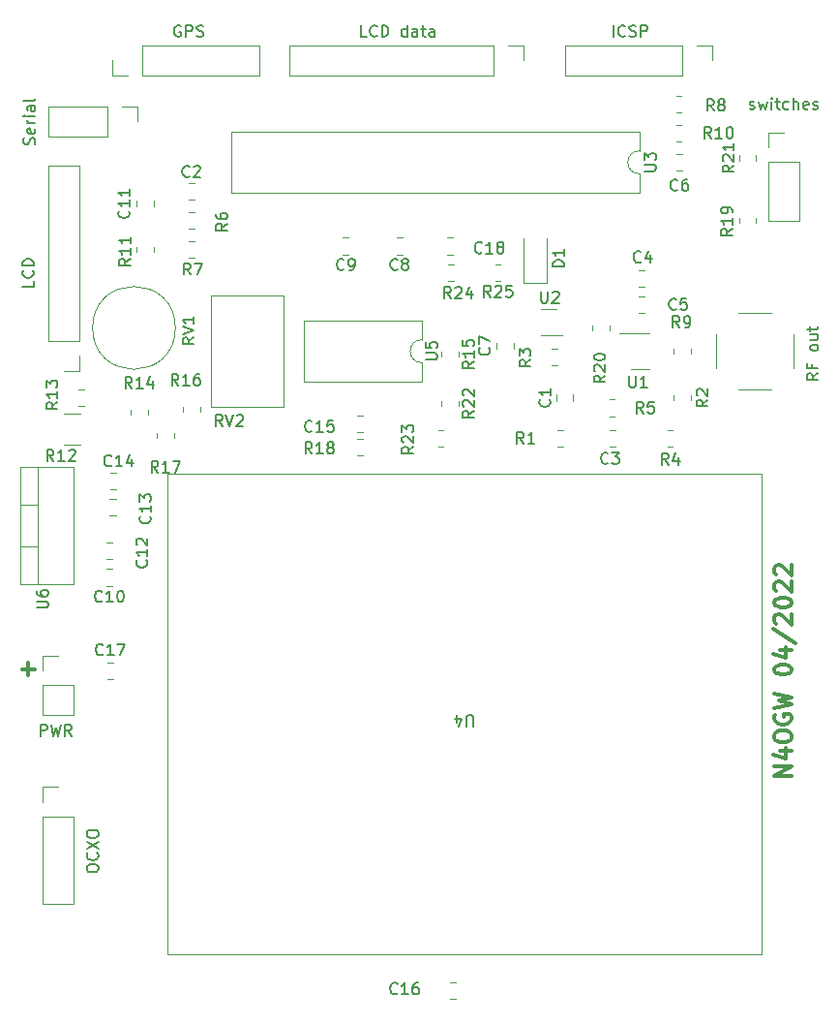
<source format=gbr>
%TF.GenerationSoftware,KiCad,Pcbnew,6.0.4*%
%TF.CreationDate,2022-04-29T13:24:53-05:00*%
%TF.ProjectId,gpsdo-controller,67707364-6f2d-4636-9f6e-74726f6c6c65,rev?*%
%TF.SameCoordinates,Original*%
%TF.FileFunction,Legend,Top*%
%TF.FilePolarity,Positive*%
%FSLAX46Y46*%
G04 Gerber Fmt 4.6, Leading zero omitted, Abs format (unit mm)*
G04 Created by KiCad (PCBNEW 6.0.4) date 2022-04-29 13:24:53*
%MOMM*%
%LPD*%
G01*
G04 APERTURE LIST*
%ADD10C,0.300000*%
%ADD11C,0.150000*%
%ADD12C,0.120000*%
G04 APERTURE END LIST*
D10*
X147998571Y-108238571D02*
X146498571Y-108238571D01*
X147998571Y-107381428D01*
X146498571Y-107381428D01*
X146998571Y-106024285D02*
X147998571Y-106024285D01*
X146427142Y-106381428D02*
X147498571Y-106738571D01*
X147498571Y-105810000D01*
X146498571Y-104952857D02*
X146498571Y-104667142D01*
X146570000Y-104524285D01*
X146712857Y-104381428D01*
X146998571Y-104310000D01*
X147498571Y-104310000D01*
X147784285Y-104381428D01*
X147927142Y-104524285D01*
X147998571Y-104667142D01*
X147998571Y-104952857D01*
X147927142Y-105095714D01*
X147784285Y-105238571D01*
X147498571Y-105310000D01*
X146998571Y-105310000D01*
X146712857Y-105238571D01*
X146570000Y-105095714D01*
X146498571Y-104952857D01*
X146570000Y-102881428D02*
X146498571Y-103024285D01*
X146498571Y-103238571D01*
X146570000Y-103452857D01*
X146712857Y-103595714D01*
X146855714Y-103667142D01*
X147141428Y-103738571D01*
X147355714Y-103738571D01*
X147641428Y-103667142D01*
X147784285Y-103595714D01*
X147927142Y-103452857D01*
X147998571Y-103238571D01*
X147998571Y-103095714D01*
X147927142Y-102881428D01*
X147855714Y-102810000D01*
X147355714Y-102810000D01*
X147355714Y-103095714D01*
X146498571Y-102310000D02*
X147998571Y-101952857D01*
X146927142Y-101667142D01*
X147998571Y-101381428D01*
X146498571Y-101024285D01*
X146498571Y-99024285D02*
X146498571Y-98881428D01*
X146570000Y-98738571D01*
X146641428Y-98667142D01*
X146784285Y-98595714D01*
X147070000Y-98524285D01*
X147427142Y-98524285D01*
X147712857Y-98595714D01*
X147855714Y-98667142D01*
X147927142Y-98738571D01*
X147998571Y-98881428D01*
X147998571Y-99024285D01*
X147927142Y-99167142D01*
X147855714Y-99238571D01*
X147712857Y-99310000D01*
X147427142Y-99381428D01*
X147070000Y-99381428D01*
X146784285Y-99310000D01*
X146641428Y-99238571D01*
X146570000Y-99167142D01*
X146498571Y-99024285D01*
X146998571Y-97238571D02*
X147998571Y-97238571D01*
X146427142Y-97595714D02*
X147498571Y-97952857D01*
X147498571Y-97024285D01*
X146427142Y-95381428D02*
X148355714Y-96667142D01*
X146641428Y-94952857D02*
X146570000Y-94881428D01*
X146498571Y-94738571D01*
X146498571Y-94381428D01*
X146570000Y-94238571D01*
X146641428Y-94167142D01*
X146784285Y-94095714D01*
X146927142Y-94095714D01*
X147141428Y-94167142D01*
X147998571Y-95024285D01*
X147998571Y-94095714D01*
X146498571Y-93167142D02*
X146498571Y-93024285D01*
X146570000Y-92881428D01*
X146641428Y-92810000D01*
X146784285Y-92738571D01*
X147070000Y-92667142D01*
X147427142Y-92667142D01*
X147712857Y-92738571D01*
X147855714Y-92810000D01*
X147927142Y-92881428D01*
X147998571Y-93024285D01*
X147998571Y-93167142D01*
X147927142Y-93310000D01*
X147855714Y-93381428D01*
X147712857Y-93452857D01*
X147427142Y-93524285D01*
X147070000Y-93524285D01*
X146784285Y-93452857D01*
X146641428Y-93381428D01*
X146570000Y-93310000D01*
X146498571Y-93167142D01*
X146641428Y-92095714D02*
X146570000Y-92024285D01*
X146498571Y-91881428D01*
X146498571Y-91524285D01*
X146570000Y-91381428D01*
X146641428Y-91310000D01*
X146784285Y-91238571D01*
X146927142Y-91238571D01*
X147141428Y-91310000D01*
X147998571Y-92167142D01*
X147998571Y-91238571D01*
X146641428Y-90667142D02*
X146570000Y-90595714D01*
X146498571Y-90452857D01*
X146498571Y-90095714D01*
X146570000Y-89952857D01*
X146641428Y-89881428D01*
X146784285Y-89810000D01*
X146927142Y-89810000D01*
X147141428Y-89881428D01*
X147998571Y-90738571D01*
X147998571Y-89810000D01*
X80657771Y-98913142D02*
X81800628Y-98913142D01*
X81229200Y-99484571D02*
X81229200Y-98341714D01*
D11*
%TO.C,RV2*%
X98210761Y-77668380D02*
X97877428Y-77192190D01*
X97639333Y-77668380D02*
X97639333Y-76668380D01*
X98020285Y-76668380D01*
X98115523Y-76716000D01*
X98163142Y-76763619D01*
X98210761Y-76858857D01*
X98210761Y-77001714D01*
X98163142Y-77096952D01*
X98115523Y-77144571D01*
X98020285Y-77192190D01*
X97639333Y-77192190D01*
X98496476Y-76668380D02*
X98829809Y-77668380D01*
X99163142Y-76668380D01*
X99448857Y-76763619D02*
X99496476Y-76716000D01*
X99591714Y-76668380D01*
X99829809Y-76668380D01*
X99925047Y-76716000D01*
X99972666Y-76763619D01*
X100020285Y-76858857D01*
X100020285Y-76954095D01*
X99972666Y-77096952D01*
X99401238Y-77668380D01*
X100020285Y-77668380D01*
%TO.C,C2*%
X95315833Y-55827142D02*
X95268214Y-55874761D01*
X95125357Y-55922380D01*
X95030119Y-55922380D01*
X94887261Y-55874761D01*
X94792023Y-55779523D01*
X94744404Y-55684285D01*
X94696785Y-55493809D01*
X94696785Y-55350952D01*
X94744404Y-55160476D01*
X94792023Y-55065238D01*
X94887261Y-54970000D01*
X95030119Y-54922380D01*
X95125357Y-54922380D01*
X95268214Y-54970000D01*
X95315833Y-55017619D01*
X95696785Y-55017619D02*
X95744404Y-54970000D01*
X95839642Y-54922380D01*
X96077738Y-54922380D01*
X96172976Y-54970000D01*
X96220595Y-55017619D01*
X96268214Y-55112857D01*
X96268214Y-55208095D01*
X96220595Y-55350952D01*
X95649166Y-55922380D01*
X96268214Y-55922380D01*
%TO.C,C5*%
X137907733Y-67413142D02*
X137860114Y-67460761D01*
X137717257Y-67508380D01*
X137622019Y-67508380D01*
X137479161Y-67460761D01*
X137383923Y-67365523D01*
X137336304Y-67270285D01*
X137288685Y-67079809D01*
X137288685Y-66936952D01*
X137336304Y-66746476D01*
X137383923Y-66651238D01*
X137479161Y-66556000D01*
X137622019Y-66508380D01*
X137717257Y-66508380D01*
X137860114Y-66556000D01*
X137907733Y-66603619D01*
X138812495Y-66508380D02*
X138336304Y-66508380D01*
X138288685Y-66984571D01*
X138336304Y-66936952D01*
X138431542Y-66889333D01*
X138669638Y-66889333D01*
X138764876Y-66936952D01*
X138812495Y-66984571D01*
X138860114Y-67079809D01*
X138860114Y-67317904D01*
X138812495Y-67413142D01*
X138764876Y-67460761D01*
X138669638Y-67508380D01*
X138431542Y-67508380D01*
X138336304Y-67460761D01*
X138288685Y-67413142D01*
%TO.C,J5*%
X86345780Y-116403238D02*
X86345780Y-116212761D01*
X86393400Y-116117523D01*
X86488638Y-116022285D01*
X86679114Y-115974666D01*
X87012447Y-115974666D01*
X87202923Y-116022285D01*
X87298161Y-116117523D01*
X87345780Y-116212761D01*
X87345780Y-116403238D01*
X87298161Y-116498476D01*
X87202923Y-116593714D01*
X87012447Y-116641333D01*
X86679114Y-116641333D01*
X86488638Y-116593714D01*
X86393400Y-116498476D01*
X86345780Y-116403238D01*
X87250542Y-114974666D02*
X87298161Y-115022285D01*
X87345780Y-115165142D01*
X87345780Y-115260380D01*
X87298161Y-115403238D01*
X87202923Y-115498476D01*
X87107685Y-115546095D01*
X86917209Y-115593714D01*
X86774352Y-115593714D01*
X86583876Y-115546095D01*
X86488638Y-115498476D01*
X86393400Y-115403238D01*
X86345780Y-115260380D01*
X86345780Y-115165142D01*
X86393400Y-115022285D01*
X86441019Y-114974666D01*
X86345780Y-114641333D02*
X87345780Y-113974666D01*
X86345780Y-113974666D02*
X87345780Y-114641333D01*
X86345780Y-113403238D02*
X86345780Y-113212761D01*
X86393400Y-113117523D01*
X86488638Y-113022285D01*
X86679114Y-112974666D01*
X87012447Y-112974666D01*
X87202923Y-113022285D01*
X87298161Y-113117523D01*
X87345780Y-113212761D01*
X87345780Y-113403238D01*
X87298161Y-113498476D01*
X87202923Y-113593714D01*
X87012447Y-113641333D01*
X86679114Y-113641333D01*
X86488638Y-113593714D01*
X86393400Y-113498476D01*
X86345780Y-113403238D01*
%TO.C,R17*%
X92575142Y-81716380D02*
X92241809Y-81240190D01*
X92003714Y-81716380D02*
X92003714Y-80716380D01*
X92384666Y-80716380D01*
X92479904Y-80764000D01*
X92527523Y-80811619D01*
X92575142Y-80906857D01*
X92575142Y-81049714D01*
X92527523Y-81144952D01*
X92479904Y-81192571D01*
X92384666Y-81240190D01*
X92003714Y-81240190D01*
X93527523Y-81716380D02*
X92956095Y-81716380D01*
X93241809Y-81716380D02*
X93241809Y-80716380D01*
X93146571Y-80859238D01*
X93051333Y-80954476D01*
X92956095Y-81002095D01*
X93860857Y-80716380D02*
X94527523Y-80716380D01*
X94098952Y-81716380D01*
%TO.C,R2*%
X140660380Y-75366666D02*
X140184190Y-75700000D01*
X140660380Y-75938095D02*
X139660380Y-75938095D01*
X139660380Y-75557142D01*
X139708000Y-75461904D01*
X139755619Y-75414285D01*
X139850857Y-75366666D01*
X139993714Y-75366666D01*
X140088952Y-75414285D01*
X140136571Y-75461904D01*
X140184190Y-75557142D01*
X140184190Y-75938095D01*
X139755619Y-74985714D02*
X139708000Y-74938095D01*
X139660380Y-74842857D01*
X139660380Y-74604761D01*
X139708000Y-74509523D01*
X139755619Y-74461904D01*
X139850857Y-74414285D01*
X139946095Y-74414285D01*
X140088952Y-74461904D01*
X140660380Y-75033333D01*
X140660380Y-74414285D01*
%TO.C,R24*%
X118194342Y-66517780D02*
X117861009Y-66041590D01*
X117622914Y-66517780D02*
X117622914Y-65517780D01*
X118003866Y-65517780D01*
X118099104Y-65565400D01*
X118146723Y-65613019D01*
X118194342Y-65708257D01*
X118194342Y-65851114D01*
X118146723Y-65946352D01*
X118099104Y-65993971D01*
X118003866Y-66041590D01*
X117622914Y-66041590D01*
X118575295Y-65613019D02*
X118622914Y-65565400D01*
X118718152Y-65517780D01*
X118956247Y-65517780D01*
X119051485Y-65565400D01*
X119099104Y-65613019D01*
X119146723Y-65708257D01*
X119146723Y-65803495D01*
X119099104Y-65946352D01*
X118527676Y-66517780D01*
X119146723Y-66517780D01*
X120003866Y-65851114D02*
X120003866Y-66517780D01*
X119765771Y-65470161D02*
X119527676Y-66184447D01*
X120146723Y-66184447D01*
%TO.C,C4*%
X134808933Y-63298342D02*
X134761314Y-63345961D01*
X134618457Y-63393580D01*
X134523219Y-63393580D01*
X134380361Y-63345961D01*
X134285123Y-63250723D01*
X134237504Y-63155485D01*
X134189885Y-62965009D01*
X134189885Y-62822152D01*
X134237504Y-62631676D01*
X134285123Y-62536438D01*
X134380361Y-62441200D01*
X134523219Y-62393580D01*
X134618457Y-62393580D01*
X134761314Y-62441200D01*
X134808933Y-62488819D01*
X135666076Y-62726914D02*
X135666076Y-63393580D01*
X135427980Y-62345961D02*
X135189885Y-63060247D01*
X135808933Y-63060247D01*
%TO.C,C14*%
X88485742Y-81103742D02*
X88438123Y-81151361D01*
X88295266Y-81198980D01*
X88200028Y-81198980D01*
X88057171Y-81151361D01*
X87961933Y-81056123D01*
X87914314Y-80960885D01*
X87866695Y-80770409D01*
X87866695Y-80627552D01*
X87914314Y-80437076D01*
X87961933Y-80341838D01*
X88057171Y-80246600D01*
X88200028Y-80198980D01*
X88295266Y-80198980D01*
X88438123Y-80246600D01*
X88485742Y-80294219D01*
X89438123Y-81198980D02*
X88866695Y-81198980D01*
X89152409Y-81198980D02*
X89152409Y-80198980D01*
X89057171Y-80341838D01*
X88961933Y-80437076D01*
X88866695Y-80484695D01*
X90295266Y-80532314D02*
X90295266Y-81198980D01*
X90057171Y-80151361D02*
X89819076Y-80865647D01*
X90438123Y-80865647D01*
%TO.C,J8*%
X144343809Y-49934761D02*
X144439047Y-49982380D01*
X144629523Y-49982380D01*
X144724761Y-49934761D01*
X144772380Y-49839523D01*
X144772380Y-49791904D01*
X144724761Y-49696666D01*
X144629523Y-49649047D01*
X144486666Y-49649047D01*
X144391428Y-49601428D01*
X144343809Y-49506190D01*
X144343809Y-49458571D01*
X144391428Y-49363333D01*
X144486666Y-49315714D01*
X144629523Y-49315714D01*
X144724761Y-49363333D01*
X145105714Y-49315714D02*
X145296190Y-49982380D01*
X145486666Y-49506190D01*
X145677142Y-49982380D01*
X145867619Y-49315714D01*
X146248571Y-49982380D02*
X146248571Y-49315714D01*
X146248571Y-48982380D02*
X146200952Y-49030000D01*
X146248571Y-49077619D01*
X146296190Y-49030000D01*
X146248571Y-48982380D01*
X146248571Y-49077619D01*
X146581904Y-49315714D02*
X146962857Y-49315714D01*
X146724761Y-48982380D02*
X146724761Y-49839523D01*
X146772380Y-49934761D01*
X146867619Y-49982380D01*
X146962857Y-49982380D01*
X147724761Y-49934761D02*
X147629523Y-49982380D01*
X147439047Y-49982380D01*
X147343809Y-49934761D01*
X147296190Y-49887142D01*
X147248571Y-49791904D01*
X147248571Y-49506190D01*
X147296190Y-49410952D01*
X147343809Y-49363333D01*
X147439047Y-49315714D01*
X147629523Y-49315714D01*
X147724761Y-49363333D01*
X148153333Y-49982380D02*
X148153333Y-48982380D01*
X148581904Y-49982380D02*
X148581904Y-49458571D01*
X148534285Y-49363333D01*
X148439047Y-49315714D01*
X148296190Y-49315714D01*
X148200952Y-49363333D01*
X148153333Y-49410952D01*
X149439047Y-49934761D02*
X149343809Y-49982380D01*
X149153333Y-49982380D01*
X149058095Y-49934761D01*
X149010476Y-49839523D01*
X149010476Y-49458571D01*
X149058095Y-49363333D01*
X149153333Y-49315714D01*
X149343809Y-49315714D01*
X149439047Y-49363333D01*
X149486666Y-49458571D01*
X149486666Y-49553809D01*
X149010476Y-49649047D01*
X149867619Y-49934761D02*
X149962857Y-49982380D01*
X150153333Y-49982380D01*
X150248571Y-49934761D01*
X150296190Y-49839523D01*
X150296190Y-49791904D01*
X150248571Y-49696666D01*
X150153333Y-49649047D01*
X150010476Y-49649047D01*
X149915238Y-49601428D01*
X149867619Y-49506190D01*
X149867619Y-49458571D01*
X149915238Y-49363333D01*
X150010476Y-49315714D01*
X150153333Y-49315714D01*
X150248571Y-49363333D01*
%TO.C,J9*%
X110823714Y-43632380D02*
X110347523Y-43632380D01*
X110347523Y-42632380D01*
X111728476Y-43537142D02*
X111680857Y-43584761D01*
X111538000Y-43632380D01*
X111442761Y-43632380D01*
X111299904Y-43584761D01*
X111204666Y-43489523D01*
X111157047Y-43394285D01*
X111109428Y-43203809D01*
X111109428Y-43060952D01*
X111157047Y-42870476D01*
X111204666Y-42775238D01*
X111299904Y-42680000D01*
X111442761Y-42632380D01*
X111538000Y-42632380D01*
X111680857Y-42680000D01*
X111728476Y-42727619D01*
X112157047Y-43632380D02*
X112157047Y-42632380D01*
X112395142Y-42632380D01*
X112538000Y-42680000D01*
X112633238Y-42775238D01*
X112680857Y-42870476D01*
X112728476Y-43060952D01*
X112728476Y-43203809D01*
X112680857Y-43394285D01*
X112633238Y-43489523D01*
X112538000Y-43584761D01*
X112395142Y-43632380D01*
X112157047Y-43632380D01*
X114347523Y-43632380D02*
X114347523Y-42632380D01*
X114347523Y-43584761D02*
X114252285Y-43632380D01*
X114061809Y-43632380D01*
X113966571Y-43584761D01*
X113918952Y-43537142D01*
X113871333Y-43441904D01*
X113871333Y-43156190D01*
X113918952Y-43060952D01*
X113966571Y-43013333D01*
X114061809Y-42965714D01*
X114252285Y-42965714D01*
X114347523Y-43013333D01*
X115252285Y-43632380D02*
X115252285Y-43108571D01*
X115204666Y-43013333D01*
X115109428Y-42965714D01*
X114918952Y-42965714D01*
X114823714Y-43013333D01*
X115252285Y-43584761D02*
X115157047Y-43632380D01*
X114918952Y-43632380D01*
X114823714Y-43584761D01*
X114776095Y-43489523D01*
X114776095Y-43394285D01*
X114823714Y-43299047D01*
X114918952Y-43251428D01*
X115157047Y-43251428D01*
X115252285Y-43203809D01*
X115585619Y-42965714D02*
X115966571Y-42965714D01*
X115728476Y-42632380D02*
X115728476Y-43489523D01*
X115776095Y-43584761D01*
X115871333Y-43632380D01*
X115966571Y-43632380D01*
X116728476Y-43632380D02*
X116728476Y-43108571D01*
X116680857Y-43013333D01*
X116585619Y-42965714D01*
X116395142Y-42965714D01*
X116299904Y-43013333D01*
X116728476Y-43584761D02*
X116633238Y-43632380D01*
X116395142Y-43632380D01*
X116299904Y-43584761D01*
X116252285Y-43489523D01*
X116252285Y-43394285D01*
X116299904Y-43299047D01*
X116395142Y-43251428D01*
X116633238Y-43251428D01*
X116728476Y-43203809D01*
%TO.C,C6*%
X138009333Y-56999142D02*
X137961714Y-57046761D01*
X137818857Y-57094380D01*
X137723619Y-57094380D01*
X137580761Y-57046761D01*
X137485523Y-56951523D01*
X137437904Y-56856285D01*
X137390285Y-56665809D01*
X137390285Y-56522952D01*
X137437904Y-56332476D01*
X137485523Y-56237238D01*
X137580761Y-56142000D01*
X137723619Y-56094380D01*
X137818857Y-56094380D01*
X137961714Y-56142000D01*
X138009333Y-56189619D01*
X138866476Y-56094380D02*
X138676000Y-56094380D01*
X138580761Y-56142000D01*
X138533142Y-56189619D01*
X138437904Y-56332476D01*
X138390285Y-56522952D01*
X138390285Y-56903904D01*
X138437904Y-56999142D01*
X138485523Y-57046761D01*
X138580761Y-57094380D01*
X138771238Y-57094380D01*
X138866476Y-57046761D01*
X138914095Y-56999142D01*
X138961714Y-56903904D01*
X138961714Y-56665809D01*
X138914095Y-56570571D01*
X138866476Y-56522952D01*
X138771238Y-56475333D01*
X138580761Y-56475333D01*
X138485523Y-56522952D01*
X138437904Y-56570571D01*
X138390285Y-56665809D01*
%TO.C,D1*%
X128087380Y-63731095D02*
X127087380Y-63731095D01*
X127087380Y-63493000D01*
X127135000Y-63350142D01*
X127230238Y-63254904D01*
X127325476Y-63207285D01*
X127515952Y-63159666D01*
X127658809Y-63159666D01*
X127849285Y-63207285D01*
X127944523Y-63254904D01*
X128039761Y-63350142D01*
X128087380Y-63493000D01*
X128087380Y-63731095D01*
X128087380Y-62207285D02*
X128087380Y-62778714D01*
X128087380Y-62493000D02*
X127087380Y-62493000D01*
X127230238Y-62588238D01*
X127325476Y-62683476D01*
X127373095Y-62778714D01*
%TO.C,R6*%
X98623380Y-59983666D02*
X98147190Y-60317000D01*
X98623380Y-60555095D02*
X97623380Y-60555095D01*
X97623380Y-60174142D01*
X97671000Y-60078904D01*
X97718619Y-60031285D01*
X97813857Y-59983666D01*
X97956714Y-59983666D01*
X98051952Y-60031285D01*
X98099571Y-60078904D01*
X98147190Y-60174142D01*
X98147190Y-60555095D01*
X97623380Y-59126523D02*
X97623380Y-59317000D01*
X97671000Y-59412238D01*
X97718619Y-59459857D01*
X97861476Y-59555095D01*
X98051952Y-59602714D01*
X98432904Y-59602714D01*
X98528142Y-59555095D01*
X98575761Y-59507476D01*
X98623380Y-59412238D01*
X98623380Y-59221761D01*
X98575761Y-59126523D01*
X98528142Y-59078904D01*
X98432904Y-59031285D01*
X98194809Y-59031285D01*
X98099571Y-59078904D01*
X98051952Y-59126523D01*
X98004333Y-59221761D01*
X98004333Y-59412238D01*
X98051952Y-59507476D01*
X98099571Y-59555095D01*
X98194809Y-59602714D01*
%TO.C,R21*%
X142947380Y-54887857D02*
X142471190Y-55221190D01*
X142947380Y-55459285D02*
X141947380Y-55459285D01*
X141947380Y-55078333D01*
X141995000Y-54983095D01*
X142042619Y-54935476D01*
X142137857Y-54887857D01*
X142280714Y-54887857D01*
X142375952Y-54935476D01*
X142423571Y-54983095D01*
X142471190Y-55078333D01*
X142471190Y-55459285D01*
X142042619Y-54506904D02*
X141995000Y-54459285D01*
X141947380Y-54364047D01*
X141947380Y-54125952D01*
X141995000Y-54030714D01*
X142042619Y-53983095D01*
X142137857Y-53935476D01*
X142233095Y-53935476D01*
X142375952Y-53983095D01*
X142947380Y-54554523D01*
X142947380Y-53935476D01*
X142947380Y-52983095D02*
X142947380Y-53554523D01*
X142947380Y-53268809D02*
X141947380Y-53268809D01*
X142090238Y-53364047D01*
X142185476Y-53459285D01*
X142233095Y-53554523D01*
%TO.C,U5*%
X115987580Y-71856504D02*
X116797104Y-71856504D01*
X116892342Y-71808885D01*
X116939961Y-71761266D01*
X116987580Y-71666028D01*
X116987580Y-71475552D01*
X116939961Y-71380314D01*
X116892342Y-71332695D01*
X116797104Y-71285076D01*
X115987580Y-71285076D01*
X115987580Y-70332695D02*
X115987580Y-70808885D01*
X116463771Y-70856504D01*
X116416152Y-70808885D01*
X116368533Y-70713647D01*
X116368533Y-70475552D01*
X116416152Y-70380314D01*
X116463771Y-70332695D01*
X116559009Y-70285076D01*
X116797104Y-70285076D01*
X116892342Y-70332695D01*
X116939961Y-70380314D01*
X116987580Y-70475552D01*
X116987580Y-70713647D01*
X116939961Y-70808885D01*
X116892342Y-70856504D01*
%TO.C,R15*%
X120212380Y-72032857D02*
X119736190Y-72366190D01*
X120212380Y-72604285D02*
X119212380Y-72604285D01*
X119212380Y-72223333D01*
X119260000Y-72128095D01*
X119307619Y-72080476D01*
X119402857Y-72032857D01*
X119545714Y-72032857D01*
X119640952Y-72080476D01*
X119688571Y-72128095D01*
X119736190Y-72223333D01*
X119736190Y-72604285D01*
X120212380Y-71080476D02*
X120212380Y-71651904D01*
X120212380Y-71366190D02*
X119212380Y-71366190D01*
X119355238Y-71461428D01*
X119450476Y-71556666D01*
X119498095Y-71651904D01*
X119212380Y-70175714D02*
X119212380Y-70651904D01*
X119688571Y-70699523D01*
X119640952Y-70651904D01*
X119593333Y-70556666D01*
X119593333Y-70318571D01*
X119640952Y-70223333D01*
X119688571Y-70175714D01*
X119783809Y-70128095D01*
X120021904Y-70128095D01*
X120117142Y-70175714D01*
X120164761Y-70223333D01*
X120212380Y-70318571D01*
X120212380Y-70556666D01*
X120164761Y-70651904D01*
X120117142Y-70699523D01*
%TO.C,J3*%
X81706980Y-64977876D02*
X81706980Y-65454066D01*
X80706980Y-65454066D01*
X81611742Y-64073114D02*
X81659361Y-64120733D01*
X81706980Y-64263590D01*
X81706980Y-64358828D01*
X81659361Y-64501685D01*
X81564123Y-64596923D01*
X81468885Y-64644542D01*
X81278409Y-64692161D01*
X81135552Y-64692161D01*
X80945076Y-64644542D01*
X80849838Y-64596923D01*
X80754600Y-64501685D01*
X80706980Y-64358828D01*
X80706980Y-64263590D01*
X80754600Y-64120733D01*
X80802219Y-64073114D01*
X81706980Y-63644542D02*
X80706980Y-63644542D01*
X80706980Y-63406447D01*
X80754600Y-63263590D01*
X80849838Y-63168352D01*
X80945076Y-63120733D01*
X81135552Y-63073114D01*
X81278409Y-63073114D01*
X81468885Y-63120733D01*
X81564123Y-63168352D01*
X81659361Y-63263590D01*
X81706980Y-63406447D01*
X81706980Y-63644542D01*
%TO.C,R13*%
X83764380Y-75572857D02*
X83288190Y-75906190D01*
X83764380Y-76144285D02*
X82764380Y-76144285D01*
X82764380Y-75763333D01*
X82812000Y-75668095D01*
X82859619Y-75620476D01*
X82954857Y-75572857D01*
X83097714Y-75572857D01*
X83192952Y-75620476D01*
X83240571Y-75668095D01*
X83288190Y-75763333D01*
X83288190Y-76144285D01*
X83764380Y-74620476D02*
X83764380Y-75191904D01*
X83764380Y-74906190D02*
X82764380Y-74906190D01*
X82907238Y-75001428D01*
X83002476Y-75096666D01*
X83050095Y-75191904D01*
X82764380Y-74287142D02*
X82764380Y-73668095D01*
X83145333Y-74001428D01*
X83145333Y-73858571D01*
X83192952Y-73763333D01*
X83240571Y-73715714D01*
X83335809Y-73668095D01*
X83573904Y-73668095D01*
X83669142Y-73715714D01*
X83716761Y-73763333D01*
X83764380Y-73858571D01*
X83764380Y-74144285D01*
X83716761Y-74239523D01*
X83669142Y-74287142D01*
%TO.C,R22*%
X120212380Y-76334857D02*
X119736190Y-76668190D01*
X120212380Y-76906285D02*
X119212380Y-76906285D01*
X119212380Y-76525333D01*
X119260000Y-76430095D01*
X119307619Y-76382476D01*
X119402857Y-76334857D01*
X119545714Y-76334857D01*
X119640952Y-76382476D01*
X119688571Y-76430095D01*
X119736190Y-76525333D01*
X119736190Y-76906285D01*
X119307619Y-75953904D02*
X119260000Y-75906285D01*
X119212380Y-75811047D01*
X119212380Y-75572952D01*
X119260000Y-75477714D01*
X119307619Y-75430095D01*
X119402857Y-75382476D01*
X119498095Y-75382476D01*
X119640952Y-75430095D01*
X120212380Y-76001523D01*
X120212380Y-75382476D01*
X119307619Y-75001523D02*
X119260000Y-74953904D01*
X119212380Y-74858666D01*
X119212380Y-74620571D01*
X119260000Y-74525333D01*
X119307619Y-74477714D01*
X119402857Y-74430095D01*
X119498095Y-74430095D01*
X119640952Y-74477714D01*
X120212380Y-75049142D01*
X120212380Y-74430095D01*
%TO.C,R12*%
X83431142Y-80716380D02*
X83097809Y-80240190D01*
X82859714Y-80716380D02*
X82859714Y-79716380D01*
X83240666Y-79716380D01*
X83335904Y-79764000D01*
X83383523Y-79811619D01*
X83431142Y-79906857D01*
X83431142Y-80049714D01*
X83383523Y-80144952D01*
X83335904Y-80192571D01*
X83240666Y-80240190D01*
X82859714Y-80240190D01*
X84383523Y-80716380D02*
X83812095Y-80716380D01*
X84097809Y-80716380D02*
X84097809Y-79716380D01*
X84002571Y-79859238D01*
X83907333Y-79954476D01*
X83812095Y-80002095D01*
X84764476Y-79811619D02*
X84812095Y-79764000D01*
X84907333Y-79716380D01*
X85145428Y-79716380D01*
X85240666Y-79764000D01*
X85288285Y-79811619D01*
X85335904Y-79906857D01*
X85335904Y-80002095D01*
X85288285Y-80144952D01*
X84716857Y-80716380D01*
X85335904Y-80716380D01*
%TO.C,R1*%
X124556733Y-79192380D02*
X124223400Y-78716190D01*
X123985304Y-79192380D02*
X123985304Y-78192380D01*
X124366257Y-78192380D01*
X124461495Y-78240000D01*
X124509114Y-78287619D01*
X124556733Y-78382857D01*
X124556733Y-78525714D01*
X124509114Y-78620952D01*
X124461495Y-78668571D01*
X124366257Y-78716190D01*
X123985304Y-78716190D01*
X125509114Y-79192380D02*
X124937685Y-79192380D01*
X125223400Y-79192380D02*
X125223400Y-78192380D01*
X125128161Y-78335238D01*
X125032923Y-78430476D01*
X124937685Y-78478095D01*
%TO.C,R20*%
X131694180Y-73261457D02*
X131217990Y-73594790D01*
X131694180Y-73832885D02*
X130694180Y-73832885D01*
X130694180Y-73451933D01*
X130741800Y-73356695D01*
X130789419Y-73309076D01*
X130884657Y-73261457D01*
X131027514Y-73261457D01*
X131122752Y-73309076D01*
X131170371Y-73356695D01*
X131217990Y-73451933D01*
X131217990Y-73832885D01*
X130789419Y-72880504D02*
X130741800Y-72832885D01*
X130694180Y-72737647D01*
X130694180Y-72499552D01*
X130741800Y-72404314D01*
X130789419Y-72356695D01*
X130884657Y-72309076D01*
X130979895Y-72309076D01*
X131122752Y-72356695D01*
X131694180Y-72928123D01*
X131694180Y-72309076D01*
X130694180Y-71690028D02*
X130694180Y-71594790D01*
X130741800Y-71499552D01*
X130789419Y-71451933D01*
X130884657Y-71404314D01*
X131075133Y-71356695D01*
X131313228Y-71356695D01*
X131503704Y-71404314D01*
X131598942Y-71451933D01*
X131646561Y-71499552D01*
X131694180Y-71594790D01*
X131694180Y-71690028D01*
X131646561Y-71785266D01*
X131598942Y-71832885D01*
X131503704Y-71880504D01*
X131313228Y-71928123D01*
X131075133Y-71928123D01*
X130884657Y-71880504D01*
X130789419Y-71832885D01*
X130741800Y-71785266D01*
X130694180Y-71690028D01*
%TO.C,U6*%
X81951580Y-93548104D02*
X82761104Y-93548104D01*
X82856342Y-93500485D01*
X82903961Y-93452866D01*
X82951580Y-93357628D01*
X82951580Y-93167152D01*
X82903961Y-93071914D01*
X82856342Y-93024295D01*
X82761104Y-92976676D01*
X81951580Y-92976676D01*
X81951580Y-92071914D02*
X81951580Y-92262390D01*
X81999200Y-92357628D01*
X82046819Y-92405247D01*
X82189676Y-92500485D01*
X82380152Y-92548104D01*
X82761104Y-92548104D01*
X82856342Y-92500485D01*
X82903961Y-92452866D01*
X82951580Y-92357628D01*
X82951580Y-92167152D01*
X82903961Y-92071914D01*
X82856342Y-92024295D01*
X82761104Y-91976676D01*
X82523009Y-91976676D01*
X82427771Y-92024295D01*
X82380152Y-92071914D01*
X82332533Y-92167152D01*
X82332533Y-92357628D01*
X82380152Y-92452866D01*
X82427771Y-92500485D01*
X82523009Y-92548104D01*
%TO.C,C1*%
X126820142Y-75350666D02*
X126867761Y-75398285D01*
X126915380Y-75541142D01*
X126915380Y-75636380D01*
X126867761Y-75779238D01*
X126772523Y-75874476D01*
X126677285Y-75922095D01*
X126486809Y-75969714D01*
X126343952Y-75969714D01*
X126153476Y-75922095D01*
X126058238Y-75874476D01*
X125963000Y-75779238D01*
X125915380Y-75636380D01*
X125915380Y-75541142D01*
X125963000Y-75398285D01*
X126010619Y-75350666D01*
X126915380Y-74398285D02*
X126915380Y-74969714D01*
X126915380Y-74684000D02*
X125915380Y-74684000D01*
X126058238Y-74779238D01*
X126153476Y-74874476D01*
X126201095Y-74969714D01*
%TO.C,R25*%
X121674142Y-66389780D02*
X121340809Y-65913590D01*
X121102714Y-66389780D02*
X121102714Y-65389780D01*
X121483666Y-65389780D01*
X121578904Y-65437400D01*
X121626523Y-65485019D01*
X121674142Y-65580257D01*
X121674142Y-65723114D01*
X121626523Y-65818352D01*
X121578904Y-65865971D01*
X121483666Y-65913590D01*
X121102714Y-65913590D01*
X122055095Y-65485019D02*
X122102714Y-65437400D01*
X122197952Y-65389780D01*
X122436047Y-65389780D01*
X122531285Y-65437400D01*
X122578904Y-65485019D01*
X122626523Y-65580257D01*
X122626523Y-65675495D01*
X122578904Y-65818352D01*
X122007476Y-66389780D01*
X122626523Y-66389780D01*
X123531285Y-65389780D02*
X123055095Y-65389780D01*
X123007476Y-65865971D01*
X123055095Y-65818352D01*
X123150333Y-65770733D01*
X123388428Y-65770733D01*
X123483666Y-65818352D01*
X123531285Y-65865971D01*
X123578904Y-65961209D01*
X123578904Y-66199304D01*
X123531285Y-66294542D01*
X123483666Y-66342161D01*
X123388428Y-66389780D01*
X123150333Y-66389780D01*
X123055095Y-66342161D01*
X123007476Y-66294542D01*
%TO.C,C15*%
X106037142Y-78081142D02*
X105989523Y-78128761D01*
X105846666Y-78176380D01*
X105751428Y-78176380D01*
X105608571Y-78128761D01*
X105513333Y-78033523D01*
X105465714Y-77938285D01*
X105418095Y-77747809D01*
X105418095Y-77604952D01*
X105465714Y-77414476D01*
X105513333Y-77319238D01*
X105608571Y-77224000D01*
X105751428Y-77176380D01*
X105846666Y-77176380D01*
X105989523Y-77224000D01*
X106037142Y-77271619D01*
X106989523Y-78176380D02*
X106418095Y-78176380D01*
X106703809Y-78176380D02*
X106703809Y-77176380D01*
X106608571Y-77319238D01*
X106513333Y-77414476D01*
X106418095Y-77462095D01*
X107894285Y-77176380D02*
X107418095Y-77176380D01*
X107370476Y-77652571D01*
X107418095Y-77604952D01*
X107513333Y-77557333D01*
X107751428Y-77557333D01*
X107846666Y-77604952D01*
X107894285Y-77652571D01*
X107941904Y-77747809D01*
X107941904Y-77985904D01*
X107894285Y-78081142D01*
X107846666Y-78128761D01*
X107751428Y-78176380D01*
X107513333Y-78176380D01*
X107418095Y-78128761D01*
X107370476Y-78081142D01*
%TO.C,U4*%
X120141904Y-103917619D02*
X120141904Y-103108095D01*
X120094285Y-103012857D01*
X120046666Y-102965238D01*
X119951428Y-102917619D01*
X119760952Y-102917619D01*
X119665714Y-102965238D01*
X119618095Y-103012857D01*
X119570476Y-103108095D01*
X119570476Y-103917619D01*
X118665714Y-103584285D02*
X118665714Y-102917619D01*
X118903809Y-103965238D02*
X119141904Y-103250952D01*
X118522857Y-103250952D01*
%TO.C,U1*%
X133781895Y-73290180D02*
X133781895Y-74099704D01*
X133829514Y-74194942D01*
X133877133Y-74242561D01*
X133972371Y-74290180D01*
X134162847Y-74290180D01*
X134258085Y-74242561D01*
X134305704Y-74194942D01*
X134353323Y-74099704D01*
X134353323Y-73290180D01*
X135353323Y-74290180D02*
X134781895Y-74290180D01*
X135067609Y-74290180D02*
X135067609Y-73290180D01*
X134972371Y-73433038D01*
X134877133Y-73528276D01*
X134781895Y-73575895D01*
%TO.C,RV1*%
X95702380Y-69937238D02*
X95226190Y-70270571D01*
X95702380Y-70508666D02*
X94702380Y-70508666D01*
X94702380Y-70127714D01*
X94750000Y-70032476D01*
X94797619Y-69984857D01*
X94892857Y-69937238D01*
X95035714Y-69937238D01*
X95130952Y-69984857D01*
X95178571Y-70032476D01*
X95226190Y-70127714D01*
X95226190Y-70508666D01*
X94702380Y-69651523D02*
X95702380Y-69318190D01*
X94702380Y-68984857D01*
X95702380Y-68127714D02*
X95702380Y-68699142D01*
X95702380Y-68413428D02*
X94702380Y-68413428D01*
X94845238Y-68508666D01*
X94940476Y-68603904D01*
X94988095Y-68699142D01*
%TO.C,R16*%
X94353142Y-74112380D02*
X94019809Y-73636190D01*
X93781714Y-74112380D02*
X93781714Y-73112380D01*
X94162666Y-73112380D01*
X94257904Y-73160000D01*
X94305523Y-73207619D01*
X94353142Y-73302857D01*
X94353142Y-73445714D01*
X94305523Y-73540952D01*
X94257904Y-73588571D01*
X94162666Y-73636190D01*
X93781714Y-73636190D01*
X95305523Y-74112380D02*
X94734095Y-74112380D01*
X95019809Y-74112380D02*
X95019809Y-73112380D01*
X94924571Y-73255238D01*
X94829333Y-73350476D01*
X94734095Y-73398095D01*
X96162666Y-73112380D02*
X95972190Y-73112380D01*
X95876952Y-73160000D01*
X95829333Y-73207619D01*
X95734095Y-73350476D01*
X95686476Y-73540952D01*
X95686476Y-73921904D01*
X95734095Y-74017142D01*
X95781714Y-74064761D01*
X95876952Y-74112380D01*
X96067428Y-74112380D01*
X96162666Y-74064761D01*
X96210285Y-74017142D01*
X96257904Y-73921904D01*
X96257904Y-73683809D01*
X96210285Y-73588571D01*
X96162666Y-73540952D01*
X96067428Y-73493333D01*
X95876952Y-73493333D01*
X95781714Y-73540952D01*
X95734095Y-73588571D01*
X95686476Y-73683809D01*
%TO.C,C11*%
X89993742Y-58859657D02*
X90041361Y-58907276D01*
X90088980Y-59050133D01*
X90088980Y-59145371D01*
X90041361Y-59288228D01*
X89946123Y-59383466D01*
X89850885Y-59431085D01*
X89660409Y-59478704D01*
X89517552Y-59478704D01*
X89327076Y-59431085D01*
X89231838Y-59383466D01*
X89136600Y-59288228D01*
X89088980Y-59145371D01*
X89088980Y-59050133D01*
X89136600Y-58907276D01*
X89184219Y-58859657D01*
X90088980Y-57907276D02*
X90088980Y-58478704D01*
X90088980Y-58192990D02*
X89088980Y-58192990D01*
X89231838Y-58288228D01*
X89327076Y-58383466D01*
X89374695Y-58478704D01*
X90088980Y-56954895D02*
X90088980Y-57526323D01*
X90088980Y-57240609D02*
X89088980Y-57240609D01*
X89231838Y-57335847D01*
X89327076Y-57431085D01*
X89374695Y-57526323D01*
%TO.C,J1*%
X150312380Y-73064476D02*
X149836190Y-73397809D01*
X150312380Y-73635904D02*
X149312380Y-73635904D01*
X149312380Y-73254952D01*
X149360000Y-73159714D01*
X149407619Y-73112095D01*
X149502857Y-73064476D01*
X149645714Y-73064476D01*
X149740952Y-73112095D01*
X149788571Y-73159714D01*
X149836190Y-73254952D01*
X149836190Y-73635904D01*
X149788571Y-72302571D02*
X149788571Y-72635904D01*
X150312380Y-72635904D02*
X149312380Y-72635904D01*
X149312380Y-72159714D01*
X150312380Y-70874000D02*
X150264761Y-70969238D01*
X150217142Y-71016857D01*
X150121904Y-71064476D01*
X149836190Y-71064476D01*
X149740952Y-71016857D01*
X149693333Y-70969238D01*
X149645714Y-70874000D01*
X149645714Y-70731142D01*
X149693333Y-70635904D01*
X149740952Y-70588285D01*
X149836190Y-70540666D01*
X150121904Y-70540666D01*
X150217142Y-70588285D01*
X150264761Y-70635904D01*
X150312380Y-70731142D01*
X150312380Y-70874000D01*
X149645714Y-69683523D02*
X150312380Y-69683523D01*
X149645714Y-70112095D02*
X150169523Y-70112095D01*
X150264761Y-70064476D01*
X150312380Y-69969238D01*
X150312380Y-69826380D01*
X150264761Y-69731142D01*
X150217142Y-69683523D01*
X149645714Y-69350190D02*
X149645714Y-68969238D01*
X149312380Y-69207333D02*
X150169523Y-69207333D01*
X150264761Y-69159714D01*
X150312380Y-69064476D01*
X150312380Y-68969238D01*
%TO.C,C9*%
X108820833Y-63962342D02*
X108773214Y-64009961D01*
X108630357Y-64057580D01*
X108535119Y-64057580D01*
X108392261Y-64009961D01*
X108297023Y-63914723D01*
X108249404Y-63819485D01*
X108201785Y-63629009D01*
X108201785Y-63486152D01*
X108249404Y-63295676D01*
X108297023Y-63200438D01*
X108392261Y-63105200D01*
X108535119Y-63057580D01*
X108630357Y-63057580D01*
X108773214Y-63105200D01*
X108820833Y-63152819D01*
X109297023Y-64057580D02*
X109487500Y-64057580D01*
X109582738Y-64009961D01*
X109630357Y-63962342D01*
X109725595Y-63819485D01*
X109773214Y-63629009D01*
X109773214Y-63248057D01*
X109725595Y-63152819D01*
X109677976Y-63105200D01*
X109582738Y-63057580D01*
X109392261Y-63057580D01*
X109297023Y-63105200D01*
X109249404Y-63152819D01*
X109201785Y-63248057D01*
X109201785Y-63486152D01*
X109249404Y-63581390D01*
X109297023Y-63629009D01*
X109392261Y-63676628D01*
X109582738Y-63676628D01*
X109677976Y-63629009D01*
X109725595Y-63581390D01*
X109773214Y-63486152D01*
%TO.C,R3*%
X125166380Y-71870866D02*
X124690190Y-72204200D01*
X125166380Y-72442295D02*
X124166380Y-72442295D01*
X124166380Y-72061342D01*
X124214000Y-71966104D01*
X124261619Y-71918485D01*
X124356857Y-71870866D01*
X124499714Y-71870866D01*
X124594952Y-71918485D01*
X124642571Y-71966104D01*
X124690190Y-72061342D01*
X124690190Y-72442295D01*
X124166380Y-71537533D02*
X124166380Y-70918485D01*
X124547333Y-71251819D01*
X124547333Y-71108961D01*
X124594952Y-71013723D01*
X124642571Y-70966104D01*
X124737809Y-70918485D01*
X124975904Y-70918485D01*
X125071142Y-70966104D01*
X125118761Y-71013723D01*
X125166380Y-71108961D01*
X125166380Y-71394676D01*
X125118761Y-71489914D01*
X125071142Y-71537533D01*
%TO.C,C12*%
X91543142Y-89390457D02*
X91590761Y-89438076D01*
X91638380Y-89580933D01*
X91638380Y-89676171D01*
X91590761Y-89819028D01*
X91495523Y-89914266D01*
X91400285Y-89961885D01*
X91209809Y-90009504D01*
X91066952Y-90009504D01*
X90876476Y-89961885D01*
X90781238Y-89914266D01*
X90686000Y-89819028D01*
X90638380Y-89676171D01*
X90638380Y-89580933D01*
X90686000Y-89438076D01*
X90733619Y-89390457D01*
X91638380Y-88438076D02*
X91638380Y-89009504D01*
X91638380Y-88723790D02*
X90638380Y-88723790D01*
X90781238Y-88819028D01*
X90876476Y-88914266D01*
X90924095Y-89009504D01*
X90733619Y-88057123D02*
X90686000Y-88009504D01*
X90638380Y-87914266D01*
X90638380Y-87676171D01*
X90686000Y-87580933D01*
X90733619Y-87533314D01*
X90828857Y-87485695D01*
X90924095Y-87485695D01*
X91066952Y-87533314D01*
X91638380Y-88104742D01*
X91638380Y-87485695D01*
%TO.C,J6*%
X132381809Y-43632380D02*
X132381809Y-42632380D01*
X133429428Y-43537142D02*
X133381809Y-43584761D01*
X133238952Y-43632380D01*
X133143714Y-43632380D01*
X133000857Y-43584761D01*
X132905619Y-43489523D01*
X132858000Y-43394285D01*
X132810380Y-43203809D01*
X132810380Y-43060952D01*
X132858000Y-42870476D01*
X132905619Y-42775238D01*
X133000857Y-42680000D01*
X133143714Y-42632380D01*
X133238952Y-42632380D01*
X133381809Y-42680000D01*
X133429428Y-42727619D01*
X133810380Y-43584761D02*
X133953238Y-43632380D01*
X134191333Y-43632380D01*
X134286571Y-43584761D01*
X134334190Y-43537142D01*
X134381809Y-43441904D01*
X134381809Y-43346666D01*
X134334190Y-43251428D01*
X134286571Y-43203809D01*
X134191333Y-43156190D01*
X134000857Y-43108571D01*
X133905619Y-43060952D01*
X133858000Y-43013333D01*
X133810380Y-42918095D01*
X133810380Y-42822857D01*
X133858000Y-42727619D01*
X133905619Y-42680000D01*
X134000857Y-42632380D01*
X134238952Y-42632380D01*
X134381809Y-42680000D01*
X134810380Y-43632380D02*
X134810380Y-42632380D01*
X135191333Y-42632380D01*
X135286571Y-42680000D01*
X135334190Y-42727619D01*
X135381809Y-42822857D01*
X135381809Y-42965714D01*
X135334190Y-43060952D01*
X135286571Y-43108571D01*
X135191333Y-43156190D01*
X134810380Y-43156190D01*
%TO.C,R10*%
X140962142Y-52522380D02*
X140628809Y-52046190D01*
X140390714Y-52522380D02*
X140390714Y-51522380D01*
X140771666Y-51522380D01*
X140866904Y-51570000D01*
X140914523Y-51617619D01*
X140962142Y-51712857D01*
X140962142Y-51855714D01*
X140914523Y-51950952D01*
X140866904Y-51998571D01*
X140771666Y-52046190D01*
X140390714Y-52046190D01*
X141914523Y-52522380D02*
X141343095Y-52522380D01*
X141628809Y-52522380D02*
X141628809Y-51522380D01*
X141533571Y-51665238D01*
X141438333Y-51760476D01*
X141343095Y-51808095D01*
X142533571Y-51522380D02*
X142628809Y-51522380D01*
X142724047Y-51570000D01*
X142771666Y-51617619D01*
X142819285Y-51712857D01*
X142866904Y-51903333D01*
X142866904Y-52141428D01*
X142819285Y-52331904D01*
X142771666Y-52427142D01*
X142724047Y-52474761D01*
X142628809Y-52522380D01*
X142533571Y-52522380D01*
X142438333Y-52474761D01*
X142390714Y-52427142D01*
X142343095Y-52331904D01*
X142295476Y-52141428D01*
X142295476Y-51903333D01*
X142343095Y-51712857D01*
X142390714Y-51617619D01*
X142438333Y-51570000D01*
X142533571Y-51522380D01*
%TO.C,C3*%
X131938733Y-80875142D02*
X131891114Y-80922761D01*
X131748257Y-80970380D01*
X131653019Y-80970380D01*
X131510161Y-80922761D01*
X131414923Y-80827523D01*
X131367304Y-80732285D01*
X131319685Y-80541809D01*
X131319685Y-80398952D01*
X131367304Y-80208476D01*
X131414923Y-80113238D01*
X131510161Y-80018000D01*
X131653019Y-79970380D01*
X131748257Y-79970380D01*
X131891114Y-80018000D01*
X131938733Y-80065619D01*
X132272066Y-79970380D02*
X132891114Y-79970380D01*
X132557780Y-80351333D01*
X132700638Y-80351333D01*
X132795876Y-80398952D01*
X132843495Y-80446571D01*
X132891114Y-80541809D01*
X132891114Y-80779904D01*
X132843495Y-80875142D01*
X132795876Y-80922761D01*
X132700638Y-80970380D01*
X132414923Y-80970380D01*
X132319685Y-80922761D01*
X132272066Y-80875142D01*
%TO.C,J2*%
X81760961Y-53055590D02*
X81808580Y-52912733D01*
X81808580Y-52674638D01*
X81760961Y-52579400D01*
X81713342Y-52531780D01*
X81618104Y-52484161D01*
X81522866Y-52484161D01*
X81427628Y-52531780D01*
X81380009Y-52579400D01*
X81332390Y-52674638D01*
X81284771Y-52865114D01*
X81237152Y-52960352D01*
X81189533Y-53007971D01*
X81094295Y-53055590D01*
X80999057Y-53055590D01*
X80903819Y-53007971D01*
X80856200Y-52960352D01*
X80808580Y-52865114D01*
X80808580Y-52627019D01*
X80856200Y-52484161D01*
X81760961Y-51674638D02*
X81808580Y-51769876D01*
X81808580Y-51960352D01*
X81760961Y-52055590D01*
X81665723Y-52103209D01*
X81284771Y-52103209D01*
X81189533Y-52055590D01*
X81141914Y-51960352D01*
X81141914Y-51769876D01*
X81189533Y-51674638D01*
X81284771Y-51627019D01*
X81380009Y-51627019D01*
X81475247Y-52103209D01*
X81808580Y-51198447D02*
X81141914Y-51198447D01*
X81332390Y-51198447D02*
X81237152Y-51150828D01*
X81189533Y-51103209D01*
X81141914Y-51007971D01*
X81141914Y-50912733D01*
X81808580Y-50579400D02*
X81141914Y-50579400D01*
X80808580Y-50579400D02*
X80856200Y-50627019D01*
X80903819Y-50579400D01*
X80856200Y-50531780D01*
X80808580Y-50579400D01*
X80903819Y-50579400D01*
X81808580Y-49674638D02*
X81284771Y-49674638D01*
X81189533Y-49722257D01*
X81141914Y-49817495D01*
X81141914Y-50007971D01*
X81189533Y-50103209D01*
X81760961Y-49674638D02*
X81808580Y-49769876D01*
X81808580Y-50007971D01*
X81760961Y-50103209D01*
X81665723Y-50150828D01*
X81570485Y-50150828D01*
X81475247Y-50103209D01*
X81427628Y-50007971D01*
X81427628Y-49769876D01*
X81380009Y-49674638D01*
X81808580Y-49055590D02*
X81760961Y-49150828D01*
X81665723Y-49198447D01*
X80808580Y-49198447D01*
%TO.C,R5*%
X135037533Y-76550780D02*
X134704200Y-76074590D01*
X134466104Y-76550780D02*
X134466104Y-75550780D01*
X134847057Y-75550780D01*
X134942295Y-75598400D01*
X134989914Y-75646019D01*
X135037533Y-75741257D01*
X135037533Y-75884114D01*
X134989914Y-75979352D01*
X134942295Y-76026971D01*
X134847057Y-76074590D01*
X134466104Y-76074590D01*
X135942295Y-75550780D02*
X135466104Y-75550780D01*
X135418485Y-76026971D01*
X135466104Y-75979352D01*
X135561342Y-75931733D01*
X135799438Y-75931733D01*
X135894676Y-75979352D01*
X135942295Y-76026971D01*
X135989914Y-76122209D01*
X135989914Y-76360304D01*
X135942295Y-76455542D01*
X135894676Y-76503161D01*
X135799438Y-76550780D01*
X135561342Y-76550780D01*
X135466104Y-76503161D01*
X135418485Y-76455542D01*
%TO.C,C8*%
X113519833Y-63962342D02*
X113472214Y-64009961D01*
X113329357Y-64057580D01*
X113234119Y-64057580D01*
X113091261Y-64009961D01*
X112996023Y-63914723D01*
X112948404Y-63819485D01*
X112900785Y-63629009D01*
X112900785Y-63486152D01*
X112948404Y-63295676D01*
X112996023Y-63200438D01*
X113091261Y-63105200D01*
X113234119Y-63057580D01*
X113329357Y-63057580D01*
X113472214Y-63105200D01*
X113519833Y-63152819D01*
X114091261Y-63486152D02*
X113996023Y-63438533D01*
X113948404Y-63390914D01*
X113900785Y-63295676D01*
X113900785Y-63248057D01*
X113948404Y-63152819D01*
X113996023Y-63105200D01*
X114091261Y-63057580D01*
X114281738Y-63057580D01*
X114376976Y-63105200D01*
X114424595Y-63152819D01*
X114472214Y-63248057D01*
X114472214Y-63295676D01*
X114424595Y-63390914D01*
X114376976Y-63438533D01*
X114281738Y-63486152D01*
X114091261Y-63486152D01*
X113996023Y-63533771D01*
X113948404Y-63581390D01*
X113900785Y-63676628D01*
X113900785Y-63867104D01*
X113948404Y-63962342D01*
X113996023Y-64009961D01*
X114091261Y-64057580D01*
X114281738Y-64057580D01*
X114376976Y-64009961D01*
X114424595Y-63962342D01*
X114472214Y-63867104D01*
X114472214Y-63676628D01*
X114424595Y-63581390D01*
X114376976Y-63533771D01*
X114281738Y-63486152D01*
%TO.C,R23*%
X114920780Y-79484457D02*
X114444590Y-79817790D01*
X114920780Y-80055885D02*
X113920780Y-80055885D01*
X113920780Y-79674933D01*
X113968400Y-79579695D01*
X114016019Y-79532076D01*
X114111257Y-79484457D01*
X114254114Y-79484457D01*
X114349352Y-79532076D01*
X114396971Y-79579695D01*
X114444590Y-79674933D01*
X114444590Y-80055885D01*
X114016019Y-79103504D02*
X113968400Y-79055885D01*
X113920780Y-78960647D01*
X113920780Y-78722552D01*
X113968400Y-78627314D01*
X114016019Y-78579695D01*
X114111257Y-78532076D01*
X114206495Y-78532076D01*
X114349352Y-78579695D01*
X114920780Y-79151123D01*
X114920780Y-78532076D01*
X113920780Y-78198742D02*
X113920780Y-77579695D01*
X114301733Y-77913028D01*
X114301733Y-77770171D01*
X114349352Y-77674933D01*
X114396971Y-77627314D01*
X114492209Y-77579695D01*
X114730304Y-77579695D01*
X114825542Y-77627314D01*
X114873161Y-77674933D01*
X114920780Y-77770171D01*
X114920780Y-78055885D01*
X114873161Y-78151123D01*
X114825542Y-78198742D01*
%TO.C,R7*%
X95413533Y-64434980D02*
X95080200Y-63958790D01*
X94842104Y-64434980D02*
X94842104Y-63434980D01*
X95223057Y-63434980D01*
X95318295Y-63482600D01*
X95365914Y-63530219D01*
X95413533Y-63625457D01*
X95413533Y-63768314D01*
X95365914Y-63863552D01*
X95318295Y-63911171D01*
X95223057Y-63958790D01*
X94842104Y-63958790D01*
X95746866Y-63434980D02*
X96413533Y-63434980D01*
X95984961Y-64434980D01*
%TO.C,U2*%
X126085695Y-65898780D02*
X126085695Y-66708304D01*
X126133314Y-66803542D01*
X126180933Y-66851161D01*
X126276171Y-66898780D01*
X126466647Y-66898780D01*
X126561885Y-66851161D01*
X126609504Y-66803542D01*
X126657123Y-66708304D01*
X126657123Y-65898780D01*
X127085695Y-65994019D02*
X127133314Y-65946400D01*
X127228552Y-65898780D01*
X127466647Y-65898780D01*
X127561885Y-65946400D01*
X127609504Y-65994019D01*
X127657123Y-66089257D01*
X127657123Y-66184495D01*
X127609504Y-66327352D01*
X127038076Y-66898780D01*
X127657123Y-66898780D01*
%TO.C,R18*%
X106037142Y-80081380D02*
X105703809Y-79605190D01*
X105465714Y-80081380D02*
X105465714Y-79081380D01*
X105846666Y-79081380D01*
X105941904Y-79129000D01*
X105989523Y-79176619D01*
X106037142Y-79271857D01*
X106037142Y-79414714D01*
X105989523Y-79509952D01*
X105941904Y-79557571D01*
X105846666Y-79605190D01*
X105465714Y-79605190D01*
X106989523Y-80081380D02*
X106418095Y-80081380D01*
X106703809Y-80081380D02*
X106703809Y-79081380D01*
X106608571Y-79224238D01*
X106513333Y-79319476D01*
X106418095Y-79367095D01*
X107560952Y-79509952D02*
X107465714Y-79462333D01*
X107418095Y-79414714D01*
X107370476Y-79319476D01*
X107370476Y-79271857D01*
X107418095Y-79176619D01*
X107465714Y-79129000D01*
X107560952Y-79081380D01*
X107751428Y-79081380D01*
X107846666Y-79129000D01*
X107894285Y-79176619D01*
X107941904Y-79271857D01*
X107941904Y-79319476D01*
X107894285Y-79414714D01*
X107846666Y-79462333D01*
X107751428Y-79509952D01*
X107560952Y-79509952D01*
X107465714Y-79557571D01*
X107418095Y-79605190D01*
X107370476Y-79700428D01*
X107370476Y-79890904D01*
X107418095Y-79986142D01*
X107465714Y-80033761D01*
X107560952Y-80081380D01*
X107751428Y-80081380D01*
X107846666Y-80033761D01*
X107894285Y-79986142D01*
X107941904Y-79890904D01*
X107941904Y-79700428D01*
X107894285Y-79605190D01*
X107846666Y-79557571D01*
X107751428Y-79509952D01*
%TO.C,R11*%
X90165180Y-63050657D02*
X89688990Y-63383990D01*
X90165180Y-63622085D02*
X89165180Y-63622085D01*
X89165180Y-63241133D01*
X89212800Y-63145895D01*
X89260419Y-63098276D01*
X89355657Y-63050657D01*
X89498514Y-63050657D01*
X89593752Y-63098276D01*
X89641371Y-63145895D01*
X89688990Y-63241133D01*
X89688990Y-63622085D01*
X90165180Y-62098276D02*
X90165180Y-62669704D01*
X90165180Y-62383990D02*
X89165180Y-62383990D01*
X89308038Y-62479228D01*
X89403276Y-62574466D01*
X89450895Y-62669704D01*
X90165180Y-61145895D02*
X90165180Y-61717323D01*
X90165180Y-61431609D02*
X89165180Y-61431609D01*
X89308038Y-61526847D01*
X89403276Y-61622085D01*
X89450895Y-61717323D01*
%TO.C,R8*%
X141184333Y-50109380D02*
X140851000Y-49633190D01*
X140612904Y-50109380D02*
X140612904Y-49109380D01*
X140993857Y-49109380D01*
X141089095Y-49157000D01*
X141136714Y-49204619D01*
X141184333Y-49299857D01*
X141184333Y-49442714D01*
X141136714Y-49537952D01*
X141089095Y-49585571D01*
X140993857Y-49633190D01*
X140612904Y-49633190D01*
X141755761Y-49537952D02*
X141660523Y-49490333D01*
X141612904Y-49442714D01*
X141565285Y-49347476D01*
X141565285Y-49299857D01*
X141612904Y-49204619D01*
X141660523Y-49157000D01*
X141755761Y-49109380D01*
X141946238Y-49109380D01*
X142041476Y-49157000D01*
X142089095Y-49204619D01*
X142136714Y-49299857D01*
X142136714Y-49347476D01*
X142089095Y-49442714D01*
X142041476Y-49490333D01*
X141946238Y-49537952D01*
X141755761Y-49537952D01*
X141660523Y-49585571D01*
X141612904Y-49633190D01*
X141565285Y-49728428D01*
X141565285Y-49918904D01*
X141612904Y-50014142D01*
X141660523Y-50061761D01*
X141755761Y-50109380D01*
X141946238Y-50109380D01*
X142041476Y-50061761D01*
X142089095Y-50014142D01*
X142136714Y-49918904D01*
X142136714Y-49728428D01*
X142089095Y-49633190D01*
X142041476Y-49585571D01*
X141946238Y-49537952D01*
%TO.C,C18*%
X120900042Y-62485542D02*
X120852423Y-62533161D01*
X120709566Y-62580780D01*
X120614328Y-62580780D01*
X120471471Y-62533161D01*
X120376233Y-62437923D01*
X120328614Y-62342685D01*
X120280995Y-62152209D01*
X120280995Y-62009352D01*
X120328614Y-61818876D01*
X120376233Y-61723638D01*
X120471471Y-61628400D01*
X120614328Y-61580780D01*
X120709566Y-61580780D01*
X120852423Y-61628400D01*
X120900042Y-61676019D01*
X121852423Y-62580780D02*
X121280995Y-62580780D01*
X121566709Y-62580780D02*
X121566709Y-61580780D01*
X121471471Y-61723638D01*
X121376233Y-61818876D01*
X121280995Y-61866495D01*
X122423852Y-62009352D02*
X122328614Y-61961733D01*
X122280995Y-61914114D01*
X122233376Y-61818876D01*
X122233376Y-61771257D01*
X122280995Y-61676019D01*
X122328614Y-61628400D01*
X122423852Y-61580780D01*
X122614328Y-61580780D01*
X122709566Y-61628400D01*
X122757185Y-61676019D01*
X122804804Y-61771257D01*
X122804804Y-61818876D01*
X122757185Y-61914114D01*
X122709566Y-61961733D01*
X122614328Y-62009352D01*
X122423852Y-62009352D01*
X122328614Y-62056971D01*
X122280995Y-62104590D01*
X122233376Y-62199828D01*
X122233376Y-62390304D01*
X122280995Y-62485542D01*
X122328614Y-62533161D01*
X122423852Y-62580780D01*
X122614328Y-62580780D01*
X122709566Y-62533161D01*
X122757185Y-62485542D01*
X122804804Y-62390304D01*
X122804804Y-62199828D01*
X122757185Y-62104590D01*
X122709566Y-62056971D01*
X122614328Y-62009352D01*
%TO.C,R14*%
X90289142Y-74366380D02*
X89955809Y-73890190D01*
X89717714Y-74366380D02*
X89717714Y-73366380D01*
X90098666Y-73366380D01*
X90193904Y-73414000D01*
X90241523Y-73461619D01*
X90289142Y-73556857D01*
X90289142Y-73699714D01*
X90241523Y-73794952D01*
X90193904Y-73842571D01*
X90098666Y-73890190D01*
X89717714Y-73890190D01*
X91241523Y-74366380D02*
X90670095Y-74366380D01*
X90955809Y-74366380D02*
X90955809Y-73366380D01*
X90860571Y-73509238D01*
X90765333Y-73604476D01*
X90670095Y-73652095D01*
X92098666Y-73699714D02*
X92098666Y-74366380D01*
X91860571Y-73318761D02*
X91622476Y-74033047D01*
X92241523Y-74033047D01*
%TO.C,C13*%
X91847942Y-85555057D02*
X91895561Y-85602676D01*
X91943180Y-85745533D01*
X91943180Y-85840771D01*
X91895561Y-85983628D01*
X91800323Y-86078866D01*
X91705085Y-86126485D01*
X91514609Y-86174104D01*
X91371752Y-86174104D01*
X91181276Y-86126485D01*
X91086038Y-86078866D01*
X90990800Y-85983628D01*
X90943180Y-85840771D01*
X90943180Y-85745533D01*
X90990800Y-85602676D01*
X91038419Y-85555057D01*
X91943180Y-84602676D02*
X91943180Y-85174104D01*
X91943180Y-84888390D02*
X90943180Y-84888390D01*
X91086038Y-84983628D01*
X91181276Y-85078866D01*
X91228895Y-85174104D01*
X90943180Y-84269342D02*
X90943180Y-83650295D01*
X91324133Y-83983628D01*
X91324133Y-83840771D01*
X91371752Y-83745533D01*
X91419371Y-83697914D01*
X91514609Y-83650295D01*
X91752704Y-83650295D01*
X91847942Y-83697914D01*
X91895561Y-83745533D01*
X91943180Y-83840771D01*
X91943180Y-84126485D01*
X91895561Y-84221723D01*
X91847942Y-84269342D01*
%TO.C,R19*%
X142819380Y-60434457D02*
X142343190Y-60767790D01*
X142819380Y-61005885D02*
X141819380Y-61005885D01*
X141819380Y-60624933D01*
X141867000Y-60529695D01*
X141914619Y-60482076D01*
X142009857Y-60434457D01*
X142152714Y-60434457D01*
X142247952Y-60482076D01*
X142295571Y-60529695D01*
X142343190Y-60624933D01*
X142343190Y-61005885D01*
X142819380Y-59482076D02*
X142819380Y-60053504D01*
X142819380Y-59767790D02*
X141819380Y-59767790D01*
X141962238Y-59863028D01*
X142057476Y-59958266D01*
X142105095Y-60053504D01*
X142819380Y-59005885D02*
X142819380Y-58815409D01*
X142771761Y-58720171D01*
X142724142Y-58672552D01*
X142581285Y-58577314D01*
X142390809Y-58529695D01*
X142009857Y-58529695D01*
X141914619Y-58577314D01*
X141867000Y-58624933D01*
X141819380Y-58720171D01*
X141819380Y-58910647D01*
X141867000Y-59005885D01*
X141914619Y-59053504D01*
X142009857Y-59101123D01*
X142247952Y-59101123D01*
X142343190Y-59053504D01*
X142390809Y-59005885D01*
X142438428Y-58910647D01*
X142438428Y-58720171D01*
X142390809Y-58624933D01*
X142343190Y-58577314D01*
X142247952Y-58529695D01*
%TO.C,C7*%
X121515142Y-70821666D02*
X121562761Y-70869285D01*
X121610380Y-71012142D01*
X121610380Y-71107380D01*
X121562761Y-71250238D01*
X121467523Y-71345476D01*
X121372285Y-71393095D01*
X121181809Y-71440714D01*
X121038952Y-71440714D01*
X120848476Y-71393095D01*
X120753238Y-71345476D01*
X120658000Y-71250238D01*
X120610380Y-71107380D01*
X120610380Y-71012142D01*
X120658000Y-70869285D01*
X120705619Y-70821666D01*
X120610380Y-70488333D02*
X120610380Y-69821666D01*
X121610380Y-70250238D01*
%TO.C,R9*%
X138187133Y-69057780D02*
X137853800Y-68581590D01*
X137615704Y-69057780D02*
X137615704Y-68057780D01*
X137996657Y-68057780D01*
X138091895Y-68105400D01*
X138139514Y-68153019D01*
X138187133Y-68248257D01*
X138187133Y-68391114D01*
X138139514Y-68486352D01*
X138091895Y-68533971D01*
X137996657Y-68581590D01*
X137615704Y-68581590D01*
X138663323Y-69057780D02*
X138853800Y-69057780D01*
X138949038Y-69010161D01*
X138996657Y-68962542D01*
X139091895Y-68819685D01*
X139139514Y-68629209D01*
X139139514Y-68248257D01*
X139091895Y-68153019D01*
X139044276Y-68105400D01*
X138949038Y-68057780D01*
X138758561Y-68057780D01*
X138663323Y-68105400D01*
X138615704Y-68153019D01*
X138568085Y-68248257D01*
X138568085Y-68486352D01*
X138615704Y-68581590D01*
X138663323Y-68629209D01*
X138758561Y-68676828D01*
X138949038Y-68676828D01*
X139044276Y-68629209D01*
X139091895Y-68581590D01*
X139139514Y-68486352D01*
%TO.C,C10*%
X87669042Y-92943742D02*
X87621423Y-92991361D01*
X87478566Y-93038980D01*
X87383328Y-93038980D01*
X87240471Y-92991361D01*
X87145233Y-92896123D01*
X87097614Y-92800885D01*
X87049995Y-92610409D01*
X87049995Y-92467552D01*
X87097614Y-92277076D01*
X87145233Y-92181838D01*
X87240471Y-92086600D01*
X87383328Y-92038980D01*
X87478566Y-92038980D01*
X87621423Y-92086600D01*
X87669042Y-92134219D01*
X88621423Y-93038980D02*
X88049995Y-93038980D01*
X88335709Y-93038980D02*
X88335709Y-92038980D01*
X88240471Y-92181838D01*
X88145233Y-92277076D01*
X88049995Y-92324695D01*
X89240471Y-92038980D02*
X89335709Y-92038980D01*
X89430947Y-92086600D01*
X89478566Y-92134219D01*
X89526185Y-92229457D01*
X89573804Y-92419933D01*
X89573804Y-92658028D01*
X89526185Y-92848504D01*
X89478566Y-92943742D01*
X89430947Y-92991361D01*
X89335709Y-93038980D01*
X89240471Y-93038980D01*
X89145233Y-92991361D01*
X89097614Y-92943742D01*
X89049995Y-92848504D01*
X89002376Y-92658028D01*
X89002376Y-92419933D01*
X89049995Y-92229457D01*
X89097614Y-92134219D01*
X89145233Y-92086600D01*
X89240471Y-92038980D01*
%TO.C,C17*%
X87741342Y-97613742D02*
X87693723Y-97661361D01*
X87550866Y-97708980D01*
X87455628Y-97708980D01*
X87312771Y-97661361D01*
X87217533Y-97566123D01*
X87169914Y-97470885D01*
X87122295Y-97280409D01*
X87122295Y-97137552D01*
X87169914Y-96947076D01*
X87217533Y-96851838D01*
X87312771Y-96756600D01*
X87455628Y-96708980D01*
X87550866Y-96708980D01*
X87693723Y-96756600D01*
X87741342Y-96804219D01*
X88693723Y-97708980D02*
X88122295Y-97708980D01*
X88408009Y-97708980D02*
X88408009Y-96708980D01*
X88312771Y-96851838D01*
X88217533Y-96947076D01*
X88122295Y-96994695D01*
X89027057Y-96708980D02*
X89693723Y-96708980D01*
X89265152Y-97708980D01*
%TO.C,J7*%
X82283466Y-104744780D02*
X82283466Y-103744780D01*
X82664419Y-103744780D01*
X82759657Y-103792400D01*
X82807276Y-103840019D01*
X82854895Y-103935257D01*
X82854895Y-104078114D01*
X82807276Y-104173352D01*
X82759657Y-104220971D01*
X82664419Y-104268590D01*
X82283466Y-104268590D01*
X83188228Y-103744780D02*
X83426323Y-104744780D01*
X83616800Y-104030495D01*
X83807276Y-104744780D01*
X84045371Y-103744780D01*
X84997752Y-104744780D02*
X84664419Y-104268590D01*
X84426323Y-104744780D02*
X84426323Y-103744780D01*
X84807276Y-103744780D01*
X84902514Y-103792400D01*
X84950133Y-103840019D01*
X84997752Y-103935257D01*
X84997752Y-104078114D01*
X84950133Y-104173352D01*
X84902514Y-104220971D01*
X84807276Y-104268590D01*
X84426323Y-104268590D01*
%TO.C,J4*%
X94535714Y-42680000D02*
X94440476Y-42632380D01*
X94297619Y-42632380D01*
X94154761Y-42680000D01*
X94059523Y-42775238D01*
X94011904Y-42870476D01*
X93964285Y-43060952D01*
X93964285Y-43203809D01*
X94011904Y-43394285D01*
X94059523Y-43489523D01*
X94154761Y-43584761D01*
X94297619Y-43632380D01*
X94392857Y-43632380D01*
X94535714Y-43584761D01*
X94583333Y-43537142D01*
X94583333Y-43203809D01*
X94392857Y-43203809D01*
X95011904Y-43632380D02*
X95011904Y-42632380D01*
X95392857Y-42632380D01*
X95488095Y-42680000D01*
X95535714Y-42727619D01*
X95583333Y-42822857D01*
X95583333Y-42965714D01*
X95535714Y-43060952D01*
X95488095Y-43108571D01*
X95392857Y-43156190D01*
X95011904Y-43156190D01*
X95964285Y-43584761D02*
X96107142Y-43632380D01*
X96345238Y-43632380D01*
X96440476Y-43584761D01*
X96488095Y-43537142D01*
X96535714Y-43441904D01*
X96535714Y-43346666D01*
X96488095Y-43251428D01*
X96440476Y-43203809D01*
X96345238Y-43156190D01*
X96154761Y-43108571D01*
X96059523Y-43060952D01*
X96011904Y-43013333D01*
X95964285Y-42918095D01*
X95964285Y-42822857D01*
X96011904Y-42727619D01*
X96059523Y-42680000D01*
X96154761Y-42632380D01*
X96392857Y-42632380D01*
X96535714Y-42680000D01*
%TO.C,R4*%
X137221933Y-81046580D02*
X136888600Y-80570390D01*
X136650504Y-81046580D02*
X136650504Y-80046580D01*
X137031457Y-80046580D01*
X137126695Y-80094200D01*
X137174314Y-80141819D01*
X137221933Y-80237057D01*
X137221933Y-80379914D01*
X137174314Y-80475152D01*
X137126695Y-80522771D01*
X137031457Y-80570390D01*
X136650504Y-80570390D01*
X138079076Y-80379914D02*
X138079076Y-81046580D01*
X137840980Y-79998961D02*
X137602885Y-80713247D01*
X138221933Y-80713247D01*
%TO.C,U3*%
X135122380Y-55381904D02*
X135931904Y-55381904D01*
X136027142Y-55334285D01*
X136074761Y-55286666D01*
X136122380Y-55191428D01*
X136122380Y-55000952D01*
X136074761Y-54905714D01*
X136027142Y-54858095D01*
X135931904Y-54810476D01*
X135122380Y-54810476D01*
X135122380Y-54429523D02*
X135122380Y-53810476D01*
X135503333Y-54143809D01*
X135503333Y-54000952D01*
X135550952Y-53905714D01*
X135598571Y-53858095D01*
X135693809Y-53810476D01*
X135931904Y-53810476D01*
X136027142Y-53858095D01*
X136074761Y-53905714D01*
X136122380Y-54000952D01*
X136122380Y-54286666D01*
X136074761Y-54381904D01*
X136027142Y-54429523D01*
%TO.C,C16*%
X113504742Y-127230142D02*
X113457123Y-127277761D01*
X113314266Y-127325380D01*
X113219028Y-127325380D01*
X113076171Y-127277761D01*
X112980933Y-127182523D01*
X112933314Y-127087285D01*
X112885695Y-126896809D01*
X112885695Y-126753952D01*
X112933314Y-126563476D01*
X112980933Y-126468238D01*
X113076171Y-126373000D01*
X113219028Y-126325380D01*
X113314266Y-126325380D01*
X113457123Y-126373000D01*
X113504742Y-126420619D01*
X114457123Y-127325380D02*
X113885695Y-127325380D01*
X114171409Y-127325380D02*
X114171409Y-126325380D01*
X114076171Y-126468238D01*
X113980933Y-126563476D01*
X113885695Y-126611095D01*
X115314266Y-126325380D02*
X115123790Y-126325380D01*
X115028552Y-126373000D01*
X114980933Y-126420619D01*
X114885695Y-126563476D01*
X114838076Y-126753952D01*
X114838076Y-127134904D01*
X114885695Y-127230142D01*
X114933314Y-127277761D01*
X115028552Y-127325380D01*
X115219028Y-127325380D01*
X115314266Y-127277761D01*
X115361885Y-127230142D01*
X115409504Y-127134904D01*
X115409504Y-126896809D01*
X115361885Y-126801571D01*
X115314266Y-126753952D01*
X115219028Y-126706333D01*
X115028552Y-126706333D01*
X114933314Y-126753952D01*
X114885695Y-126801571D01*
X114838076Y-126896809D01*
D12*
%TO.C,RV2*%
X103515000Y-75995000D02*
X103515000Y-66225000D01*
X97175000Y-66225000D02*
X103515000Y-66225000D01*
X97175000Y-75995000D02*
X103515000Y-75995000D01*
X97175000Y-75995000D02*
X97175000Y-66225000D01*
%TO.C,C2*%
X95221248Y-57885000D02*
X95743752Y-57885000D01*
X95221248Y-56415000D02*
X95743752Y-56415000D01*
%TO.C,C5*%
X135156752Y-67791000D02*
X134634248Y-67791000D01*
X135156752Y-66321000D02*
X134634248Y-66321000D01*
%TO.C,J5*%
X82490000Y-110500000D02*
X82490000Y-109170000D01*
X82490000Y-109170000D02*
X83820000Y-109170000D01*
X82490000Y-111770000D02*
X82490000Y-119450000D01*
X82490000Y-111770000D02*
X85150000Y-111770000D01*
X85150000Y-111770000D02*
X85150000Y-119450000D01*
X82490000Y-119450000D02*
X85150000Y-119450000D01*
%TO.C,R17*%
X93953000Y-78713064D02*
X93953000Y-78258936D01*
X92483000Y-78713064D02*
X92483000Y-78258936D01*
%TO.C,R2*%
X137695000Y-75427064D02*
X137695000Y-74972936D01*
X139165000Y-75427064D02*
X139165000Y-74972936D01*
%TO.C,R24*%
X117984536Y-64997000D02*
X118438664Y-64997000D01*
X117984536Y-63527000D02*
X118438664Y-63527000D01*
%TO.C,C4*%
X134634248Y-64035000D02*
X135156752Y-64035000D01*
X134634248Y-65505000D02*
X135156752Y-65505000D01*
%TO.C,C14*%
X88907252Y-83183400D02*
X88384748Y-83183400D01*
X88907252Y-81713400D02*
X88384748Y-81713400D01*
%TO.C,J8*%
X145990000Y-59750000D02*
X148650000Y-59750000D01*
X145990000Y-53340000D02*
X145990000Y-52010000D01*
X145990000Y-54610000D02*
X148650000Y-54610000D01*
X145990000Y-54610000D02*
X145990000Y-59750000D01*
X145990000Y-52010000D02*
X147320000Y-52010000D01*
X148650000Y-54610000D02*
X148650000Y-59750000D01*
%TO.C,J9*%
X121905000Y-44390000D02*
X121905000Y-47050000D01*
X121905000Y-44390000D02*
X104065000Y-44390000D01*
X104065000Y-44390000D02*
X104065000Y-47050000D01*
X123175000Y-44390000D02*
X124505000Y-44390000D01*
X124505000Y-44390000D02*
X124505000Y-45720000D01*
X121905000Y-47050000D02*
X104065000Y-47050000D01*
%TO.C,C6*%
X137936248Y-53875000D02*
X138458752Y-53875000D01*
X137936248Y-55345000D02*
X138458752Y-55345000D01*
%TO.C,D1*%
X124577600Y-65141400D02*
X124577600Y-61241400D01*
X126577600Y-65141400D02*
X126577600Y-61241400D01*
X124577600Y-65141400D02*
X126577600Y-65141400D01*
%TO.C,R6*%
X95292936Y-60425000D02*
X95747064Y-60425000D01*
X95292936Y-58955000D02*
X95747064Y-58955000D01*
%TO.C,R21*%
X143410000Y-54472064D02*
X143410000Y-54017936D01*
X144880000Y-54472064D02*
X144880000Y-54017936D01*
%TO.C,U5*%
X115630000Y-73770000D02*
X115630000Y-72120000D01*
X105350000Y-73770000D02*
X115630000Y-73770000D01*
X105350000Y-68470000D02*
X105350000Y-73770000D01*
X115630000Y-68470000D02*
X105350000Y-68470000D01*
X115630000Y-70120000D02*
X115630000Y-68470000D01*
X115630000Y-70120000D02*
G75*
G03*
X115630000Y-72120000I0J-1000000D01*
G01*
%TO.C,R15*%
X117375000Y-71162936D02*
X117375000Y-71617064D01*
X118845000Y-71162936D02*
X118845000Y-71617064D01*
%TO.C,J3*%
X85658000Y-72831000D02*
X84328000Y-72831000D01*
X85658000Y-70231000D02*
X82998000Y-70231000D01*
X85658000Y-70231000D02*
X85658000Y-54931000D01*
X85658000Y-54931000D02*
X82998000Y-54931000D01*
X85658000Y-71501000D02*
X85658000Y-72831000D01*
X82998000Y-70231000D02*
X82998000Y-54931000D01*
%TO.C,R13*%
X86095064Y-75919000D02*
X85640936Y-75919000D01*
X86095064Y-74449000D02*
X85640936Y-74449000D01*
%TO.C,R22*%
X117375000Y-75464936D02*
X117375000Y-75919064D01*
X118845000Y-75464936D02*
X118845000Y-75919064D01*
%TO.C,R12*%
X85787737Y-76623000D02*
X84340263Y-76623000D01*
X85787737Y-79333000D02*
X84340263Y-79333000D01*
%TO.C,R1*%
X127534936Y-79475000D02*
X127989064Y-79475000D01*
X127534936Y-78005000D02*
X127989064Y-78005000D01*
%TO.C,R20*%
X130583000Y-68860936D02*
X130583000Y-69315064D01*
X132053000Y-68860936D02*
X132053000Y-69315064D01*
%TO.C,U6*%
X85191000Y-91480000D02*
X85191000Y-81240000D01*
X80550000Y-88210000D02*
X82060000Y-88210000D01*
X80550000Y-91480000D02*
X80550000Y-81240000D01*
X82060000Y-91480000D02*
X82060000Y-81240000D01*
X80550000Y-91480000D02*
X85191000Y-91480000D01*
X80550000Y-81240000D02*
X85191000Y-81240000D01*
X80550000Y-84509000D02*
X82060000Y-84509000D01*
%TO.C,C1*%
X127408000Y-75445252D02*
X127408000Y-74922748D01*
X128878000Y-75445252D02*
X128878000Y-74922748D01*
%TO.C,R25*%
X122544064Y-65022400D02*
X122089936Y-65022400D01*
X122544064Y-63552400D02*
X122089936Y-63552400D01*
%TO.C,C15*%
X109996248Y-78205000D02*
X110518752Y-78205000D01*
X109996248Y-76735000D02*
X110518752Y-76735000D01*
%TO.C,U4*%
X145380000Y-123870000D02*
X93380000Y-123870000D01*
X93380000Y-123870000D02*
X93380000Y-81870000D01*
X93380000Y-81870000D02*
X145380000Y-81870000D01*
X145380000Y-81870000D02*
X145380000Y-123870000D01*
%TO.C,U1*%
X134752500Y-69560000D02*
X135552500Y-69560000D01*
X134752500Y-72680000D02*
X133952500Y-72680000D01*
X134752500Y-69560000D02*
X132952500Y-69560000D01*
X134752500Y-72680000D02*
X135552500Y-72680000D01*
%TO.C,RV1*%
X94085000Y-69088000D02*
G75*
G03*
X94085000Y-69088000I-3620000J0D01*
G01*
%TO.C,R16*%
X96239000Y-75988936D02*
X96239000Y-76443064D01*
X94769000Y-75988936D02*
X94769000Y-76443064D01*
%TO.C,C11*%
X90705000Y-57926248D02*
X90705000Y-58448752D01*
X92175000Y-57926248D02*
X92175000Y-58448752D01*
%TO.C,J1*%
X143330000Y-67765000D02*
X146230000Y-67765000D01*
X141425000Y-69670000D02*
X141425000Y-72570000D01*
X148135000Y-69670000D02*
X148135000Y-72570000D01*
X143330000Y-74475000D02*
X146230000Y-74475000D01*
%TO.C,C9*%
X109248752Y-61190200D02*
X108726248Y-61190200D01*
X109248752Y-62660200D02*
X108726248Y-62660200D01*
%TO.C,R3*%
X127026936Y-72363000D02*
X127481064Y-72363000D01*
X127026936Y-70893000D02*
X127481064Y-70893000D01*
%TO.C,C12*%
X88551652Y-89279400D02*
X88029148Y-89279400D01*
X88551652Y-87809400D02*
X88029148Y-87809400D01*
%TO.C,J6*%
X138430000Y-44390000D02*
X128210000Y-44390000D01*
X141030000Y-44390000D02*
X141030000Y-45720000D01*
X138430000Y-47050000D02*
X128210000Y-47050000D01*
X138430000Y-44390000D02*
X138430000Y-47050000D01*
X139700000Y-44390000D02*
X141030000Y-44390000D01*
X128210000Y-44390000D02*
X128210000Y-47050000D01*
%TO.C,R10*%
X138387064Y-52805000D02*
X137932936Y-52805000D01*
X138387064Y-51335000D02*
X137932936Y-51335000D01*
%TO.C,C3*%
X132051248Y-78005000D02*
X132573752Y-78005000D01*
X132051248Y-79475000D02*
X132573752Y-79475000D01*
%TO.C,J2*%
X89408000Y-49724000D02*
X90738000Y-49724000D01*
X88138000Y-49724000D02*
X88138000Y-52384000D01*
X90738000Y-49724000D02*
X90738000Y-51054000D01*
X82998000Y-49724000D02*
X82998000Y-52384000D01*
X88138000Y-52384000D02*
X82998000Y-52384000D01*
X88138000Y-49724000D02*
X82998000Y-49724000D01*
%TO.C,R5*%
X132545064Y-76808000D02*
X132090936Y-76808000D01*
X132545064Y-75338000D02*
X132090936Y-75338000D01*
%TO.C,C8*%
X113947752Y-62660200D02*
X113425248Y-62660200D01*
X113947752Y-61190200D02*
X113425248Y-61190200D01*
%TO.C,R23*%
X117514864Y-78005000D02*
X117060736Y-78005000D01*
X117514864Y-79475000D02*
X117060736Y-79475000D01*
%TO.C,R7*%
X95747064Y-61495000D02*
X95292936Y-61495000D01*
X95747064Y-62965000D02*
X95292936Y-62965000D01*
%TO.C,U2*%
X126046000Y-69740000D02*
X127946000Y-69740000D01*
X127446000Y-67420000D02*
X126046000Y-67420000D01*
%TO.C,R18*%
X110024936Y-80237000D02*
X110479064Y-80237000D01*
X110024936Y-78767000D02*
X110479064Y-78767000D01*
%TO.C,R11*%
X90705000Y-62002936D02*
X90705000Y-62457064D01*
X92175000Y-62002936D02*
X92175000Y-62457064D01*
%TO.C,R8*%
X138387064Y-50265000D02*
X137932936Y-50265000D01*
X138387064Y-48795000D02*
X137932936Y-48795000D01*
%TO.C,C18*%
X117878048Y-62660200D02*
X118400552Y-62660200D01*
X117878048Y-61190200D02*
X118400552Y-61190200D01*
%TO.C,R14*%
X90197000Y-76665064D02*
X90197000Y-76210936D01*
X91667000Y-76665064D02*
X91667000Y-76210936D01*
%TO.C,C13*%
X88860352Y-85469400D02*
X88337848Y-85469400D01*
X88860352Y-83999400D02*
X88337848Y-83999400D01*
%TO.C,R19*%
X144880000Y-59917064D02*
X144880000Y-59462936D01*
X143410000Y-59917064D02*
X143410000Y-59462936D01*
%TO.C,C7*%
X123671000Y-70372248D02*
X123671000Y-70894752D01*
X122201000Y-70372248D02*
X122201000Y-70894752D01*
%TO.C,R9*%
X137695000Y-70892936D02*
X137695000Y-71347064D01*
X139165000Y-70892936D02*
X139165000Y-71347064D01*
%TO.C,C10*%
X88573152Y-91641600D02*
X88050648Y-91641600D01*
X88573152Y-90171600D02*
X88050648Y-90171600D01*
%TO.C,C17*%
X88152248Y-98325000D02*
X88674752Y-98325000D01*
X88152248Y-99795000D02*
X88674752Y-99795000D01*
%TO.C,J7*%
X85150000Y-100330000D02*
X85150000Y-102930000D01*
X82490000Y-100330000D02*
X85150000Y-100330000D01*
X82490000Y-97730000D02*
X83820000Y-97730000D01*
X82490000Y-100330000D02*
X82490000Y-102930000D01*
X82490000Y-102930000D02*
X85150000Y-102930000D01*
X82490000Y-99060000D02*
X82490000Y-97730000D01*
%TO.C,J4*%
X91186000Y-47050000D02*
X91186000Y-44390000D01*
X101406000Y-47050000D02*
X101406000Y-44390000D01*
X91186000Y-47050000D02*
X101406000Y-47050000D01*
X91186000Y-44390000D02*
X101406000Y-44390000D01*
X89916000Y-47050000D02*
X88586000Y-47050000D01*
X88586000Y-47050000D02*
X88586000Y-45720000D01*
%TO.C,R4*%
X137170936Y-78005000D02*
X137625064Y-78005000D01*
X137170936Y-79475000D02*
X137625064Y-79475000D01*
%TO.C,U3*%
X98990000Y-57270000D02*
X134670000Y-57270000D01*
X134670000Y-57270000D02*
X134670000Y-55620000D01*
X134670000Y-53620000D02*
X134670000Y-51970000D01*
X98990000Y-51970000D02*
X98990000Y-57270000D01*
X134670000Y-51970000D02*
X98990000Y-51970000D01*
X134670000Y-53620000D02*
G75*
G03*
X134670000Y-55620000I0J-1000000D01*
G01*
%TO.C,C16*%
X118081248Y-126265000D02*
X118603752Y-126265000D01*
X118081248Y-127735000D02*
X118603752Y-127735000D01*
%TD*%
M02*

</source>
